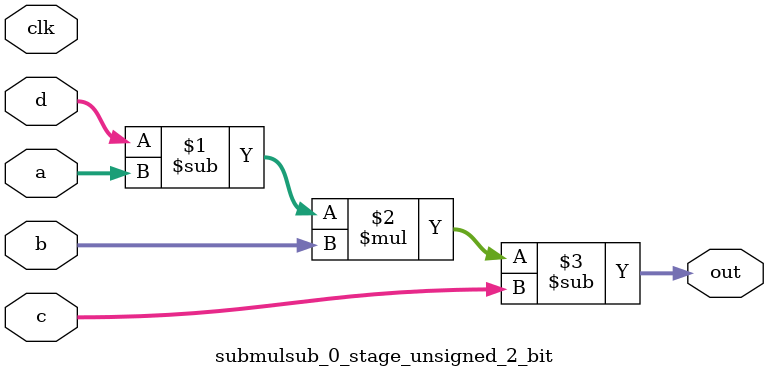
<source format=sv>
(* use_dsp = "yes" *) module submulsub_0_stage_unsigned_2_bit(
	input  [1:0] a,
	input  [1:0] b,
	input  [1:0] c,
	input  [1:0] d,
	output [1:0] out,
	input clk);

	assign out = ((d - a) * b) - c;
endmodule

</source>
